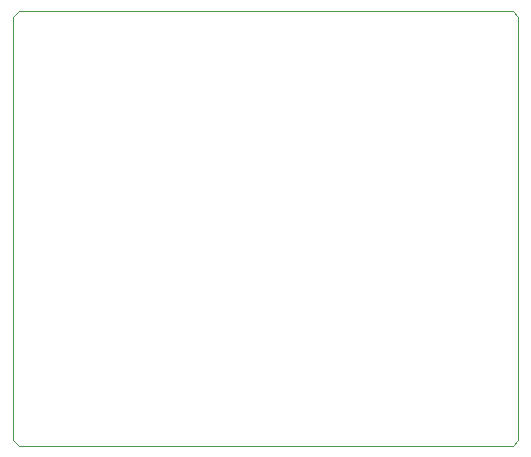
<source format=gbr>
%TF.GenerationSoftware,KiCad,Pcbnew,5.0.2+dfsg1-1*%
%TF.CreationDate,2020-08-11T00:40:15-07:00*%
%TF.ProjectId,driver-board-2L,64726976-6572-42d6-926f-6172642d324c,rev?*%
%TF.SameCoordinates,Original*%
%TF.FileFunction,Profile,NP*%
%FSLAX46Y46*%
G04 Gerber Fmt 4.6, Leading zero omitted, Abs format (unit mm)*
G04 Created by KiCad (PCBNEW 5.0.2+dfsg1-1) date Tue 11 Aug 2020 12:40:15 AM PDT*
%MOMM*%
%LPD*%
G01*
G04 APERTURE LIST*
%ADD10C,0.050000*%
G04 APERTURE END LIST*
D10*
X110200000Y-84300000D02*
X110200000Y-48500000D01*
X110700000Y-84800000D02*
X110200000Y-84300000D01*
X152500000Y-84800000D02*
X110700000Y-84800000D01*
X153000000Y-84300000D02*
X152500000Y-84800000D01*
X153000000Y-48500000D02*
X153000000Y-84300000D01*
X152500000Y-48000000D02*
X153000000Y-48500000D01*
X110700000Y-48000000D02*
X152500000Y-48000000D01*
X110200000Y-48500000D02*
X110700000Y-48000000D01*
M02*

</source>
